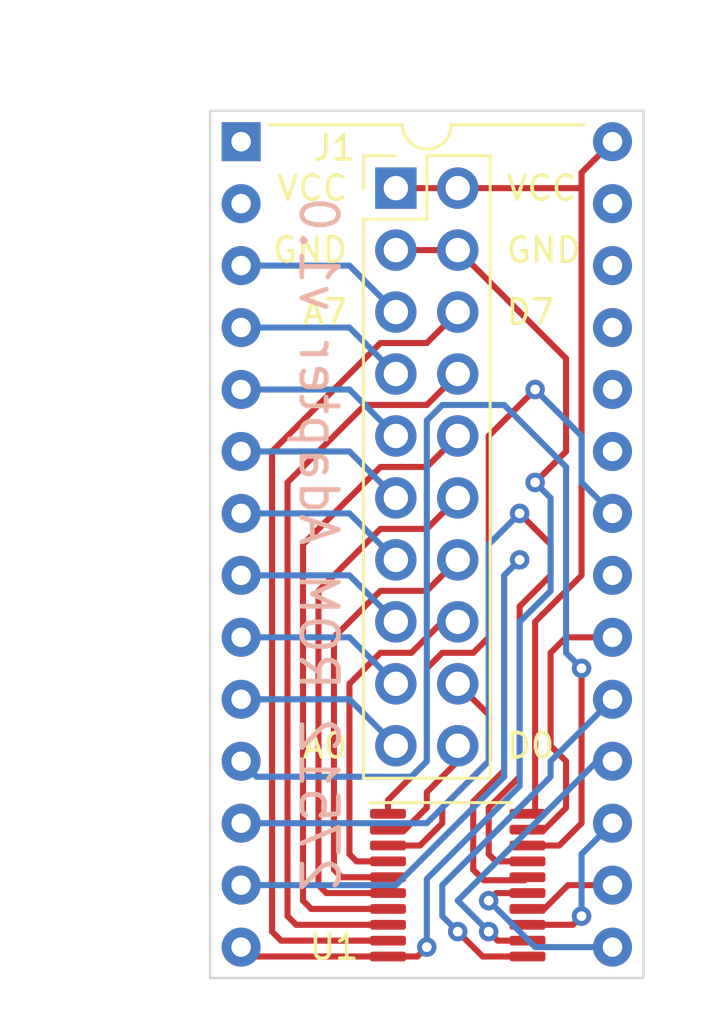
<source format=kicad_pcb>
(kicad_pcb (version 20211014) (generator pcbnew)
  (layers (0 "F.Cu" signal) (31 "B.Cu" signal) (34 "B.Paste" user) (35 "F.Paste" user) (36 "B.SilkS" user "B.Silkscreen") (37 "F.SilkS" user "F.Silkscreen") (38 "B.Mask" user) (39 "F.Mask" user) (44 "Edge.Cuts" user))
  (net 0 "")
  (net 1 "VCC")
  (net 2 "GND")
  (net 3 "/A7")
  (net 4 "/D7")
  (net 5 "/A6")
  (net 6 "/D6")
  (net 7 "/A5")
  (net 8 "/D5")
  (net 9 "/A4")
  (net 10 "/D4")
  (net 11 "/A3")
  (net 12 "/D3")
  (net 13 "/A2")
  (net 14 "/D2")
  (net 15 "/A1")
  (net 16 "/D1")
  (net 17 "/A0")
  (net 18 "/D0")
  (net 21 "/Q0")
  (net 22 "/Q1")
  (net 23 "/Q2")
  (net 24 "/Q3")
  (net 25 "/Q4")
  (net 26 "/Q5")
  (net 27 "/Q6")
  (net 28 "/Q7")
  (net 29 "/~{CE}")
  (net 31 "/~{OE}")
  (footprint "Package_DIP:DIP-28_W15.24mm" (layer "F.Cu") (at 127 74.93)
    (fp_text reference "J2" hide)
    (fp_text value "Conn_02x14_Counter_Clockwise")
    (fp_line (start 14.08 -0.695) (end 8.62 -0.695) (layer "F.SilkS") (width 0.12))
    (fp_line (start 6.62 -0.695) (end 1.16 -0.695) (layer "F.SilkS") (width 0.12))
    (fp_arc (start 8.62 -0.695) (mid 7.62 0.305) (end 6.62 -0.695) (layer "F.SilkS") (width 0.12))
    (pad "1" thru_hole rect (at 0 0) (size 1.6 1.6) (drill 0.8) (layers *.Cu *.Mask))
    (pad "2" thru_hole oval (at 0 2.54) (size 1.6 1.6) (drill 0.8) (layers *.Cu *.Mask))
    (pad "3" thru_hole oval (at 0 5.08) (size 1.6 1.6) (drill 0.8) (layers *.Cu *.Mask) (net 3 "/A7"))
    (pad "4" thru_hole oval (at 0 7.62) (size 1.6 1.6) (drill 0.8) (layers *.Cu *.Mask) (net 5 "/A6"))
    (pad "5" thru_hole oval (at 0 10.16) (size 1.6 1.6) (drill 0.8) (layers *.Cu *.Mask) (net 7 "/A5"))
    (pad "6" thru_hole oval (at 0 12.7) (size 1.6 1.6) (drill 0.8) (layers *.Cu *.Mask) (net 9 "/A4"))
    (pad "7" thru_hole oval (at 0 15.24) (size 1.6 1.6) (drill 0.8) (layers *.Cu *.Mask) (net 11 "/A3"))
    (pad "8" thru_hole oval (at 0 17.78) (size 1.6 1.6) (drill 0.8) (layers *.Cu *.Mask) (net 13 "/A2"))
    (pad "9" thru_hole oval (at 0 20.32) (size 1.6 1.6) (drill 0.8) (layers *.Cu *.Mask) (net 15 "/A1"))
    (pad "10" thru_hole oval (at 0 22.86) (size 1.6 1.6) (drill 0.8) (layers *.Cu *.Mask) (net 17 "/A0"))
    (pad "11" thru_hole oval (at 0 25.4) (size 1.6 1.6) (drill 0.8) (layers *.Cu *.Mask) (net 21 "/Q0"))
    (pad "12" thru_hole oval (at 0 27.94) (size 1.6 1.6) (drill 0.8) (layers *.Cu *.Mask) (net 22 "/Q1"))
    (pad "13" thru_hole oval (at 0 30.48) (size 1.6 1.6) (drill 0.8) (layers *.Cu *.Mask) (net 23 "/Q2"))
    (pad "14" thru_hole oval (at 0 33.02) (size 1.6 1.6) (drill 0.8) (layers *.Cu *.Mask) (net 2 "GND"))
    (pad "15" thru_hole oval (at 15.24 33.02) (size 1.6 1.6) (drill 0.8) (layers *.Cu *.Mask) (net 24 "/Q3"))
    (pad "16" thru_hole oval (at 15.24 30.48) (size 1.6 1.6) (drill 0.8) (layers *.Cu *.Mask) (net 25 "/Q4"))
    (pad "17" thru_hole oval (at 15.24 27.94) (size 1.6 1.6) (drill 0.8) (layers *.Cu *.Mask) (net 26 "/Q5"))
    (pad "18" thru_hole oval (at 15.24 25.4) (size 1.6 1.6) (drill 0.8) (layers *.Cu *.Mask) (net 27 "/Q6"))
    (pad "19" thru_hole oval (at 15.24 22.86) (size 1.6 1.6) (drill 0.8) (layers *.Cu *.Mask) (net 28 "/Q7"))
    (pad "20" thru_hole oval (at 15.24 20.32) (size 1.6 1.6) (drill 0.8) (layers *.Cu *.Mask) (net 29 "/~{CE}"))
    (pad "21" thru_hole oval (at 15.24 17.78) (size 1.6 1.6) (drill 0.8) (layers *.Cu *.Mask))
    (pad "22" thru_hole oval (at 15.24 15.24) (size 1.6 1.6) (drill 0.8) (layers *.Cu *.Mask) (net 31 "/~{OE}"))
    (pad "23" thru_hole oval (at 15.24 12.7) (size 1.6 1.6) (drill 0.8) (layers *.Cu *.Mask))
    (pad "24" thru_hole oval (at 15.24 10.16) (size 1.6 1.6) (drill 0.8) (layers *.Cu *.Mask))
    (pad "25" thru_hole oval (at 15.24 7.62) (size 1.6 1.6) (drill 0.8) (layers *.Cu *.Mask))
    (pad "26" thru_hole oval (at 15.24 5.08) (size 1.6 1.6) (drill 0.8) (layers *.Cu *.Mask))
    (pad "27" thru_hole oval (at 15.24 2.54) (size 1.6 1.6) (drill 0.8) (layers *.Cu *.Mask))
    (pad "28" thru_hole oval (at 15.24 0) (size 1.6 1.6) (drill 0.8) (layers *.Cu *.Mask) (net 1 "VCC"))
  )
  (footprint "Package_SO:TSSOP-20_4.4x6.5mm_P0.65mm" (layer "F.Cu") (at 135.89 105.41)
    (fp_text reference "U1" (at -5.08 2.54 180) (layer "F.SilkS"))
    (fp_text value "HD74LV541A")
    (fp_line (start 0 -3.385) (end -3.6 -3.385) (layer "F.SilkS") (width 0.12))
    (fp_line (start 0 -3.385) (end 2.2 -3.385) (layer "F.SilkS") (width 0.12))
    (pad "1" smd roundrect (at -2.8625 -2.925) (size 1.475 0.4) (layers "F.Cu" "F.Paste" "F.Mask") (net 31 "/~{OE}"))
    (pad "2" smd roundrect (at -2.8625 -2.275) (size 1.475 0.4) (layers "F.Cu" "F.Paste" "F.Mask") (net 18 "/D0"))
    (pad "3" smd roundrect (at -2.8625 -1.625) (size 1.475 0.4) (layers "F.Cu" "F.Paste" "F.Mask") (net 16 "/D1"))
    (pad "4" smd roundrect (at -2.8625 -0.975) (size 1.475 0.4) (layers "F.Cu" "F.Paste" "F.Mask") (net 14 "/D2"))
    (pad "5" smd roundrect (at -2.8625 -0.325) (size 1.475 0.4) (layers "F.Cu" "F.Paste" "F.Mask") (net 12 "/D3"))
    (pad "6" smd roundrect (at -2.8625 0.325) (size 1.475 0.4) (layers "F.Cu" "F.Paste" "F.Mask") (net 10 "/D4"))
    (pad "7" smd roundrect (at -2.8625 0.975) (size 1.475 0.4) (layers "F.Cu" "F.Paste" "F.Mask") (net 8 "/D5"))
    (pad "8" smd roundrect (at -2.8625 1.625) (size 1.475 0.4) (layers "F.Cu" "F.Paste" "F.Mask") (net 6 "/D6"))
    (pad "9" smd roundrect (at -2.8625 2.275) (size 1.475 0.4) (layers "F.Cu" "F.Paste" "F.Mask") (net 4 "/D7"))
    (pad "10" smd roundrect (at -2.8625 2.925) (size 1.475 0.4) (layers "F.Cu" "F.Paste" "F.Mask") (net 2 "GND"))
    (pad "11" smd roundrect (at 2.8625 2.925) (size 1.475 0.4) (layers "F.Cu" "F.Paste" "F.Mask") (net 28 "/Q7"))
    (pad "12" smd roundrect (at 2.8625 2.275) (size 1.475 0.4) (layers "F.Cu" "F.Paste" "F.Mask") (net 27 "/Q6"))
    (pad "13" smd roundrect (at 2.8625 1.625) (size 1.475 0.4) (layers "F.Cu" "F.Paste" "F.Mask") (net 26 "/Q5"))
    (pad "14" smd roundrect (at 2.8625 0.975) (size 1.475 0.4) (layers "F.Cu" "F.Paste" "F.Mask") (net 25 "/Q4"))
    (pad "15" smd roundrect (at 2.8625 0.325) (size 1.475 0.4) (layers "F.Cu" "F.Paste" "F.Mask") (net 24 "/Q3"))
    (pad "16" smd roundrect (at 2.8625 -0.325) (size 1.475 0.4) (layers "F.Cu" "F.Paste" "F.Mask") (net 23 "/Q2"))
    (pad "17" smd roundrect (at 2.8625 -0.975) (size 1.475 0.4) (layers "F.Cu" "F.Paste" "F.Mask") (net 22 "/Q1"))
    (pad "18" smd roundrect (at 2.8625 -1.625) (size 1.475 0.4) (layers "F.Cu" "F.Paste" "F.Mask") (net 21 "/Q0"))
    (pad "19" smd roundrect (at 2.8625 -2.275) (size 1.475 0.4) (layers "F.Cu" "F.Paste" "F.Mask") (net 29 "/~{CE}"))
    (pad "20" smd roundrect (at 2.8625 -2.925) (size 1.475 0.4) (layers "F.Cu" "F.Paste" "F.Mask") (net 1 "VCC"))
  )
  (footprint "Connector_PinHeader_2.54mm:PinHeader_2x10_P2.54mm_Vertical" (layer "F.Cu") (at 133.35 76.835)
    (fp_text reference "J1" (at -2.54 -1.651 180) (layer "F.SilkS"))
    (fp_text value "Conn_02x10_Odd_Even")
    (fp_line (start -1.33 -1.33) (end 0 -1.33) (layer "F.SilkS") (width 0.12))
    (fp_line (start 1.27 1.27) (end 1.27 -1.33) (layer "F.SilkS") (width 0.12))
    (fp_line (start 3.87 -1.33) (end 3.87 24.19) (layer "F.SilkS") (width 0.12))
    (fp_line (start -1.33 24.19) (end 3.87 24.19) (layer "F.SilkS") (width 0.12))
    (fp_line (start -1.33 0) (end -1.33 -1.33) (layer "F.SilkS") (width 0.12))
    (fp_line (start -1.33 1.27) (end -1.33 24.19) (layer "F.SilkS") (width 0.12))
    (fp_line (start 1.27 -1.33) (end 3.87 -1.33) (layer "F.SilkS") (width 0.12))
    (fp_line (start -1.33 1.27) (end 1.27 1.27) (layer "F.SilkS") (width 0.12))
    (pad "1" thru_hole rect (at 0 0) (size 1.7 1.7) (drill 1) (layers *.Cu *.Mask) (net 1 "VCC"))
    (pad "2" thru_hole oval (at 2.54 0) (size 1.7 1.7) (drill 1) (layers *.Cu *.Mask) (net 1 "VCC"))
    (pad "3" thru_hole oval (at 0 2.54) (size 1.7 1.7) (drill 1) (layers *.Cu *.Mask) (net 2 "GND"))
    (pad "4" thru_hole oval (at 2.54 2.54) (size 1.7 1.7) (drill 1) (layers *.Cu *.Mask) (net 2 "GND"))
    (pad "5" thru_hole oval (at 0 5.08) (size 1.7 1.7) (drill 1) (layers *.Cu *.Mask) (net 3 "/A7"))
    (pad "6" thru_hole oval (at 2.54 5.08) (size 1.7 1.7) (drill 1) (layers *.Cu *.Mask) (net 4 "/D7"))
    (pad "7" thru_hole oval (at 0 7.62) (size 1.7 1.7) (drill 1) (layers *.Cu *.Mask) (net 5 "/A6"))
    (pad "8" thru_hole oval (at 2.54 7.62) (size 1.7 1.7) (drill 1) (layers *.Cu *.Mask) (net 6 "/D6"))
    (pad "9" thru_hole oval (at 0 10.16) (size 1.7 1.7) (drill 1) (layers *.Cu *.Mask) (net 7 "/A5"))
    (pad "10" thru_hole oval (at 2.54 10.16) (size 1.7 1.7) (drill 1) (layers *.Cu *.Mask) (net 8 "/D5"))
    (pad "11" thru_hole oval (at 0 12.7) (size 1.7 1.7) (drill 1) (layers *.Cu *.Mask) (net 9 "/A4"))
    (pad "12" thru_hole oval (at 2.54 12.7) (size 1.7 1.7) (drill 1) (layers *.Cu *.Mask) (net 10 "/D4"))
    (pad "13" thru_hole oval (at 0 15.24) (size 1.7 1.7) (drill 1) (layers *.Cu *.Mask) (net 11 "/A3"))
    (pad "14" thru_hole oval (at 2.54 15.24) (size 1.7 1.7) (drill 1) (layers *.Cu *.Mask) (net 12 "/D3"))
    (pad "15" thru_hole oval (at 0 17.78) (size 1.7 1.7) (drill 1) (layers *.Cu *.Mask) (net 13 "/A2"))
    (pad "16" thru_hole oval (at 2.54 17.78) (size 1.7 1.7) (drill 1) (layers *.Cu *.Mask) (net 14 "/D2"))
    (pad "17" thru_hole oval (at 0 20.32) (size 1.7 1.7) (drill 1) (layers *.Cu *.Mask) (net 15 "/A1"))
    (pad "18" thru_hole oval (at 2.54 20.32) (size 1.7 1.7) (drill 1) (layers *.Cu *.Mask) (net 16 "/D1"))
    (pad "19" thru_hole oval (at 0 22.86) (size 1.7 1.7) (drill 1) (layers *.Cu *.Mask) (net 17 "/A0"))
    (pad "20" thru_hole oval (at 2.54 22.86) (size 1.7 1.7) (drill 1) (layers *.Cu *.Mask) (net 18 "/D0"))
  )
  (gr_rect (start 125.73 73.66) (end 143.51 109.22) (layer "Edge.Cuts") (width 0.1) (fill none))
  (gr_text "27512 ROM Adapter v1.0" (at 130.175 91.44 270) (layer "B.SilkS") (effects (font (size 1.5 1.5) (thickness 0.2)) (justify mirror)))
  (gr_text "GND" (at 131.445 79.375) (layer "F.SilkS") (effects (font (size 1 1)) (justify right)))
  (gr_text "D7" (at 137.795 81.915) (layer "F.SilkS") (effects (font (size 1 1)) (justify left)))
  (gr_text "GND" (at 137.795 79.375) (layer "F.SilkS") (effects (font (size 1 1)) (justify left)))
  (gr_text "A7" (at 131.445 81.915) (layer "F.SilkS") (effects (font (size 1 1)) (justify right)))
  (gr_text "A0" (at 131.445 99.695) (layer "F.SilkS") (effects (font (size 1 1)) (justify right)))
  (gr_text "D0" (at 137.795 99.695) (layer "F.SilkS") (effects (font (size 1 1)) (justify left)))
  (gr_text "VCC" (at 131.445 76.835) (layer "F.SilkS") (effects (font (size 1 1)) (justify right)))
  (gr_text "VCC" (at 137.795 76.835) (layer "F.SilkS") (effects (font (size 1 1)) (justify left)))
  (segment (start 139.065 102.485) (end 139.065 94.615) (width 0.25) (layer "F.Cu") (net 1))
  (segment (start 138.7525 102.485) (end 139.065 102.485) (width 0.25) (layer "F.Cu") (net 1))
  (segment (start 140.97 92.71) (end 140.97 76.835) (width 0.25) (layer "F.Cu") (net 1))
  (segment (start 135.89 76.835) (end 140.97 76.835) (width 0.25) (layer "F.Cu") (net 1))
  (segment (start 139.065 94.615) (end 140.97 92.71) (width 0.25) (layer "F.Cu") (net 1))
  (segment (start 140.97 76.835) (end 140.97 76.2) (width 0.25) (layer "F.Cu") (net 1))
  (segment (start 135.89 76.835) (end 133.35 76.835) (width 0.25) (layer "F.Cu") (net 1))
  (segment (start 142.24 74.93) (end 140.97 76.2) (width 0.25) (layer "F.Cu") (net 1))
  (segment (start 127.385 108.335) (end 127 107.95) (width 0.25) (layer "F.Cu") (net 2))
  (segment (start 139.065 88.9) (end 140.335 87.63) (width 0.25) (layer "F.Cu") (net 2))
  (segment (start 134.235 108.335) (end 134.62 107.95) (width 0.25) (layer "F.Cu") (net 2))
  (segment (start 133.0275 108.335) (end 127.385 108.335) (width 0.25) (layer "F.Cu") (net 2))
  (segment (start 140.335 83.82) (end 135.89 79.375) (width 0.25) (layer "F.Cu") (net 2))
  (segment (start 133.0275 108.335) (end 134.235 108.335) (width 0.25) (layer "F.Cu") (net 2))
  (segment (start 140.335 87.63) (end 140.335 83.82) (width 0.25) (layer "F.Cu") (net 2))
  (segment (start 135.89 79.375) (end 133.35 79.375) (width 0.25) (layer "F.Cu") (net 2))
  (via (at 134.62 107.95) (size 0.8) (drill 0.4) (layers "F.Cu" "B.Cu") (net 2))
  (via (at 139.065 88.9) (size 0.8) (drill 0.4) (layers "F.Cu" "B.Cu") (net 2))
  (segment (start 134.62 107.95) (end 134.62 105.156) (width 0.25) (layer "B.Cu") (net 2))
  (segment (start 138.43 94.615) (end 139.7 93.345) (width 0.25) (layer "B.Cu") (net 2))
  (segment (start 139.7 93.345) (end 139.7 89.535) (width 0.25) (layer "B.Cu") (net 2))
  (segment (start 134.62 105.156) (end 138.43 101.346) (width 0.25) (layer "B.Cu") (net 2))
  (segment (start 139.7 89.535) (end 139.065 88.9) (width 0.25) (layer "B.Cu") (net 2))
  (segment (start 138.43 101.346) (end 138.43 94.615) (width 0.25) (layer "B.Cu") (net 2))
  (segment (start 131.445 80.01) (end 127 80.01) (width 0.25) (layer "B.Cu") (net 3))
  (segment (start 133.35 81.915) (end 131.445 80.01) (width 0.25) (layer "B.Cu") (net 3))
  (segment (start 128.27 87.63) (end 132.715 83.185) (width 0.25) (layer "F.Cu") (net 4))
  (segment (start 134.62 83.185) (end 135.89 81.915) (width 0.25) (layer "F.Cu") (net 4))
  (segment (start 133.0275 107.685) (end 128.64 107.685) (width 0.25) (layer "F.Cu") (net 4))
  (segment (start 128.64 107.685) (end 128.27 107.315) (width 0.25) (layer "F.Cu") (net 4))
  (segment (start 132.715 83.185) (end 134.62 83.185) (width 0.25) (layer "F.Cu") (net 4))
  (segment (start 128.27 107.315) (end 128.27 87.63) (width 0.25) (layer "F.Cu") (net 4))
  (segment (start 133.35 84.455) (end 131.445 82.55) (width 0.25) (layer "B.Cu") (net 5))
  (segment (start 131.445 82.55) (end 127 82.55) (width 0.25) (layer "B.Cu") (net 5))
  (segment (start 132.08 85.725) (end 134.62 85.725) (width 0.25) (layer "F.Cu") (net 6))
  (segment (start 128.905 106.68) (end 128.905 88.9) (width 0.25) (layer "F.Cu") (net 6))
  (segment (start 128.905 88.9) (end 132.08 85.725) (width 0.25) (layer "F.Cu") (net 6))
  (segment (start 134.62 85.725) (end 135.89 84.455) (width 0.25) (layer "F.Cu") (net 6))
  (segment (start 129.26 107.035) (end 128.905 106.68) (width 0.25) (layer "F.Cu") (net 6))
  (segment (start 133.0275 107.035) (end 129.26 107.035) (width 0.25) (layer "F.Cu") (net 6))
  (segment (start 133.35 86.995) (end 131.445 85.09) (width 0.25) (layer "B.Cu") (net 7))
  (segment (start 131.445 85.09) (end 127 85.09) (width 0.25) (layer "B.Cu") (net 7))
  (segment (start 129.88 106.385) (end 129.54 106.045) (width 0.25) (layer "F.Cu") (net 8))
  (segment (start 129.54 106.045) (end 129.54 91.44) (width 0.25) (layer "F.Cu") (net 8))
  (segment (start 134.62 88.265) (end 135.89 86.995) (width 0.25) (layer "F.Cu") (net 8))
  (segment (start 133.0275 106.385) (end 129.88 106.385) (width 0.25) (layer "F.Cu") (net 8))
  (segment (start 132.715 88.265) (end 134.62 88.265) (width 0.25) (layer "F.Cu") (net 8))
  (segment (start 129.54 91.44) (end 132.715 88.265) (width 0.25) (layer "F.Cu") (net 8))
  (segment (start 133.35 89.535) (end 131.445 87.63) (width 0.25) (layer "B.Cu") (net 9))
  (segment (start 131.445 87.63) (end 127 87.63) (width 0.25) (layer "B.Cu") (net 9))
  (segment (start 134.62 90.805) (end 135.89 89.535) (width 0.25) (layer "F.Cu") (net 10))
  (segment (start 130.175 93.345) (end 132.715 90.805) (width 0.25) (layer "F.Cu") (net 10))
  (segment (start 130.175 105.41) (end 130.175 93.345) (width 0.25) (layer "F.Cu") (net 10))
  (segment (start 133.0275 105.735) (end 130.5 105.735) (width 0.25) (layer "F.Cu") (net 10))
  (segment (start 130.5 105.735) (end 130.175 105.41) (width 0.25) (layer "F.Cu") (net 10))
  (segment (start 132.715 90.805) (end 134.62 90.805) (width 0.25) (layer "F.Cu") (net 10))
  (segment (start 131.445 90.17) (end 127 90.17) (width 0.25) (layer "B.Cu") (net 11))
  (segment (start 133.35 92.075) (end 131.445 90.17) (width 0.25) (layer "B.Cu") (net 11))
  (segment (start 132.715 93.345) (end 134.62 93.345) (width 0.25) (layer "F.Cu") (net 12))
  (segment (start 133.0275 105.085) (end 131.12 105.085) (width 0.25) (layer "F.Cu") (net 12))
  (segment (start 130.81 104.775) (end 130.81 95.25) (width 0.25) (layer "F.Cu") (net 12))
  (segment (start 134.62 93.345) (end 135.89 92.075) (width 0.25) (layer "F.Cu") (net 12))
  (segment (start 131.12 105.085) (end 130.81 104.775) (width 0.25) (layer "F.Cu") (net 12))
  (segment (start 130.81 95.25) (end 132.715 93.345) (width 0.25) (layer "F.Cu") (net 12))
  (segment (start 133.35 94.615) (end 131.445 92.71) (width 0.25) (layer "B.Cu") (net 13))
  (segment (start 131.445 92.71) (end 127 92.71) (width 0.25) (layer "B.Cu") (net 13))
  (segment (start 133.985 95.885) (end 135.255 94.615) (width 0.25) (layer "F.Cu") (net 14))
  (segment (start 131.445 97.155) (end 132.715 95.885) (width 0.25) (layer "F.Cu") (net 14))
  (segment (start 131.74 104.435) (end 131.445 104.14) (width 0.25) (layer "F.Cu") (net 14))
  (segment (start 133.0275 104.435) (end 131.74 104.435) (width 0.25) (layer "F.Cu") (net 14))
  (segment (start 132.715 95.885) (end 133.985 95.885) (width 0.25) (layer "F.Cu") (net 14))
  (segment (start 131.445 104.14) (end 131.445 97.155) (width 0.25) (layer "F.Cu") (net 14))
  (segment (start 135.255 94.615) (end 135.89 94.615) (width 0.25) (layer "F.Cu") (net 14))
  (segment (start 131.445 95.25) (end 127 95.25) (width 0.25) (layer "B.Cu") (net 15))
  (segment (start 133.35 97.155) (end 131.445 95.25) (width 0.25) (layer "B.Cu") (net 15))
  (segment (start 135.255 102.87) (end 135.255 102.235) (width 0.25) (layer "F.Cu") (net 16))
  (segment (start 133.0275 103.785) (end 134.34 103.785) (width 0.25) (layer "F.Cu") (net 16))
  (segment (start 134.34 103.785) (end 135.255 102.87) (width 0.25) (layer "F.Cu") (net 16))
  (segment (start 137.16 100.33) (end 137.16 98.425) (width 0.25) (layer "F.Cu") (net 16))
  (segment (start 137.16 98.425) (end 135.89 97.155) (width 0.25) (layer "F.Cu") (net 16))
  (segment (start 135.255 102.235) (end 137.16 100.33) (width 0.25) (layer "F.Cu") (net 16))
  (segment (start 133.35 99.695) (end 131.445 97.79) (width 0.25) (layer "B.Cu") (net 17))
  (segment (start 131.445 97.79) (end 127 97.79) (width 0.25) (layer "B.Cu") (net 17))
  (segment (start 134.62 101.6) (end 135.89 100.33) (width 0.25) (layer "F.Cu") (net 18))
  (segment (start 133.72 103.135) (end 134.62 102.235) (width 0.25) (layer "F.Cu") (net 18))
  (segment (start 133.0275 103.135) (end 133.72 103.135) (width 0.25) (layer "F.Cu") (net 18))
  (segment (start 134.62 102.235) (end 134.62 101.6) (width 0.25) (layer "F.Cu") (net 18))
  (segment (start 135.89 100.33) (end 135.89 99.695) (width 0.25) (layer "F.Cu") (net 18))
  (segment (start 140.97 102.87) (end 140.055 103.785) (width 0.25) (layer "F.Cu") (net 21))
  (segment (start 140.97 96.52) (end 140.97 102.87) (width 0.25) (layer "F.Cu") (net 21))
  (segment (start 140.055 103.785) (end 138.7525 103.785) (width 0.25) (layer "F.Cu") (net 21))
  (via (at 140.97 96.52) (size 0.8) (drill 0.4) (layers "F.Cu" "B.Cu") (net 21))
  (segment (start 137.795 85.725) (end 135.255 85.725) (width 0.25) (layer "B.Cu") (net 21))
  (segment (start 134.62 86.36) (end 134.62 100.33) (width 0.25) (layer "B.Cu") (net 21))
  (segment (start 127.635 100.965) (end 127 100.33) (width 0.25) (layer "B.Cu") (net 21))
  (segment (start 135.255 85.725) (end 134.62 86.36) (width 0.25) (layer "B.Cu") (net 21))
  (segment (start 133.985 100.965) (end 127.635 100.965) (width 0.25) (layer "B.Cu") (net 21))
  (segment (start 140.335 95.885) (end 140.335 88.265) (width 0.25) (layer "B.Cu") (net 21))
  (segment (start 134.62 100.33) (end 133.985 100.965) (width 0.25) (layer "B.Cu") (net 21))
  (segment (start 140.335 88.265) (end 137.795 85.725) (width 0.25) (layer "B.Cu") (net 21))
  (segment (start 140.97 96.52) (end 140.335 95.885) (width 0.25) (layer "B.Cu") (net 21))
  (segment (start 139.7 91.44) (end 139.7 92.71) (width 0.25) (layer "F.Cu") (net 22))
  (segment (start 137.455 104.435) (end 138.7525 104.435) (width 0.25) (layer "F.Cu") (net 22))
  (segment (start 138.43 100.965) (end 137.16 102.235) (width 0.25) (layer "F.Cu") (net 22))
  (segment (start 137.16 104.14) (end 137.455 104.435) (width 0.25) (layer "F.Cu") (net 22))
  (segment (start 137.16 102.235) (end 137.16 104.14) (width 0.25) (layer "F.Cu") (net 22))
  (segment (start 139.7 92.71) (end 138.43 93.98) (width 0.25) (layer "F.Cu") (net 22))
  (segment (start 138.43 90.17) (end 139.7 91.44) (width 0.25) (layer "F.Cu") (net 22))
  (segment (start 138.43 93.98) (end 138.43 100.965) (width 0.25) (layer "F.Cu") (net 22))
  (via (at 138.43 90.17) (size 0.8) (drill 0.4) (layers "F.Cu" "B.Cu") (net 22))
  (segment (start 137.16 91.44) (end 138.43 90.17) (width 0.25) (layer "B.Cu") (net 22))
  (segment (start 137.16 100.33) (end 134.62 102.87) (width 0.25) (layer "B.Cu") (net 22))
  (segment (start 134.62 102.87) (end 127 102.87) (width 0.25) (layer "B.Cu") (net 22))
  (segment (start 137.16 91.44) (end 137.16 100.33) (width 0.25) (layer "B.Cu") (net 22))
  (segment (start 138.43 92.075) (end 137.795 92.71) (width 0.25) (layer "F.Cu") (net 23))
  (segment (start 136.96048 105.21048) (end 138.62952 105.21048) (width 0.25) (layer "F.Cu") (net 23))
  (segment (start 137.795 100.711) (end 136.525 101.981) (width 0.25) (layer "F.Cu") (net 23))
  (segment (start 138.7525 105.0875) (end 138.7525 105.085) (width 0.25) (layer "F.Cu") (net 23))
  (segment (start 138.62952 105.21048) (end 138.7525 105.0875) (width 0.25) (layer "F.Cu") (net 23))
  (segment (start 137.795 92.71) (end 137.795 100.711) (width 0.25) (layer "F.Cu") (net 23))
  (segment (start 136.525 101.981) (end 136.525 104.775) (width 0.25) (layer "F.Cu") (net 23))
  (segment (start 136.525 104.775) (end 136.96048 105.21048) (width 0.25) (layer "F.Cu") (net 23))
  (via (at 138.43 92.075) (size 0.8) (drill 0.4) (layers "F.Cu" "B.Cu") (net 23))
  (segment (start 138.43 92.075) (end 137.795 92.71) (width 0.25) (layer "B.Cu") (net 23))
  (segment (start 133.35 105.41) (end 137.795 100.965) (width 0.25) (layer "B.Cu") (net 23))
  (segment (start 127 105.41) (end 133.35 105.41) (width 0.25) (layer "B.Cu") (net 23))
  (segment (start 137.795 100.965) (end 137.795 92.71) (width 0.25) (layer "B.Cu") (net 23))
  (segment (start 137.47 105.735) (end 137.16 106.045) (width 0.25) (layer "F.Cu") (net 24))
  (segment (start 138.7525 105.735) (end 137.47 105.735) (width 0.25) (layer "F.Cu") (net 24))
  (via (at 137.16 106.045) (size 0.8) (drill 0.4) (layers "F.Cu" "B.Cu") (net 24))
  (segment (start 137.16 106.045) (end 139.065 107.95) (width 0.25) (layer "B.Cu") (net 24))
  (segment (start 139.065 107.95) (end 142.24 107.95) (width 0.25) (layer "B.Cu") (net 24))
  (segment (start 140.415361 105.41) (end 139.440361 106.385) (width 0.25) (layer "F.Cu") (net 25))
  (segment (start 142.24 105.41) (end 140.415361 105.41) (width 0.25) (layer "F.Cu") (net 25))
  (segment (start 139.440361 106.385) (end 138.7525 106.385) (width 0.25) (layer "F.Cu") (net 25))
  (segment (start 138.7525 107.035) (end 140.615 107.035) (width 0.25) (layer "F.Cu") (net 26))
  (segment (start 140.615 107.035) (end 140.97 106.68) (width 0.25) (layer "F.Cu") (net 26))
  (via (at 140.97 106.68) (size 0.8) (drill 0.4) (layers "F.Cu" "B.Cu") (net 26))
  (segment (start 140.97 106.68) (end 140.97 104.14) (width 0.25) (layer "B.Cu") (net 26))
  (segment (start 140.97 104.14) (end 142.24 102.87) (width 0.25) (layer "B.Cu") (net 26))
  (segment (start 137.53 107.685) (end 137.16 107.315) (width 0.25) (layer "F.Cu") (net 27))
  (segment (start 138.7525 107.685) (end 137.53 107.685) (width 0.25) (layer "F.Cu") (net 27))
  (via (at 137.16 107.315) (size 0.8) (drill 0.4) (layers "F.Cu" "B.Cu") (net 27))
  (segment (start 141.605 100.33) (end 142.24 100.33) (width 0.25) (layer "B.Cu") (net 27))
  (segment (start 137.16 107.315) (end 135.89 106.045) (width 0.25) (layer "B.Cu") (net 27))
  (segment (start 135.89 106.045) (end 141.605 100.33) (width 0.25) (layer "B.Cu") (net 27))
  (segment (start 138.7525 108.335) (end 136.91 108.335) (width 0.25) (layer "F.Cu") (net 28))
  (segment (start 136.91 108.335) (end 135.89 107.315) (width 0.25) (layer "F.Cu") (net 28))
  (via (at 135.89 107.315) (size 0.8) (drill 0.4) (layers "F.Cu" "B.Cu") (net 28))
  (segment (start 139.7 100.33) (end 142.24 97.79) (width 0.25) (layer "B.Cu") (net 28))
  (segment (start 139.7 100.965) (end 139.7 100.33) (width 0.25) (layer "B.Cu") (net 28))
  (segment (start 135.89 107.315) (end 135.255 106.68) (width 0.25) (layer "B.Cu") (net 28))
  (segment (start 135.255 106.68) (end 135.255 105.41) (width 0.25) (layer "B.Cu") (net 28))
  (segment (start 135.255 105.41) (end 139.7 100.965) (width 0.25) (layer "B.Cu") (net 28))
  (segment (start 139.7 95.885) (end 139.7 99.695) (width 0.25) (layer "F.Cu") (net 29))
  (segment (start 142.24 95.25) (end 140.335 95.25) (width 0.25) (layer "F.Cu") (net 29))
  (segment (start 140.335 95.25) (end 139.7 95.885) (width 0.25) (layer "F.Cu") (net 29))
  (segment (start 140.335 100.33) (end 140.335 102.240361) (width 0.25) (layer "F.Cu") (net 29))
  (segment (start 139.440361 103.135) (end 138.7525 103.135) (width 0.25) (layer "F.Cu") (net 29))
  (segment (start 139.7 99.695) (end 140.335 100.33) (width 0.25) (layer "F.Cu") (net 29))
  (segment (start 140.335 102.240361) (end 139.440361 103.135) (width 0.25) (layer "F.Cu") (net 29))
  (segment (start 133.0275 102.485) (end 133.0275 101.9225) (width 0.25) (layer "F.Cu") (net 31))
  (segment (start 133.0275 101.9225) (end 134.62 100.33) (width 0.25) (layer "F.Cu") (net 31))
  (segment (start 137.16 86.995) (end 139.065 85.09) (width 0.25) (layer "F.Cu") (net 31))
  (segment (start 136.525 95.885) (end 137.16 95.25) (width 0.25) (layer "F.Cu") (net 31))
  (segment (start 135.255 95.885) (end 136.525 95.885) (width 0.25) (layer "F.Cu") (net 31))
  (segment (start 134.62 96.52) (end 135.255 95.885) (width 0.25) (layer "F.Cu") (net 31))
  (segment (start 137.16 95.25) (end 137.16 86.995) (width 0.25) (layer "F.Cu") (net 31))
  (segment (start 134.62 100.33) (end 134.62 96.52) (width 0.25) (layer "F.Cu") (net 31))
  (via (at 139.065 85.09) (size 0.8) (drill 0.4) (layers "F.Cu" "B.Cu") (net 31))
  (segment (start 140.97 86.995) (end 139.065 85.09) (width 0.25) (layer "B.Cu") (net 31))
  (segment (start 140.97 88.9) (end 140.97 86.995) (width 0.25) (layer "B.Cu") (net 31))
  (segment (start 142.24 90.17) (end 140.97 88.9) (width 0.25) (layer "B.Cu") (net 31))
)
</source>
